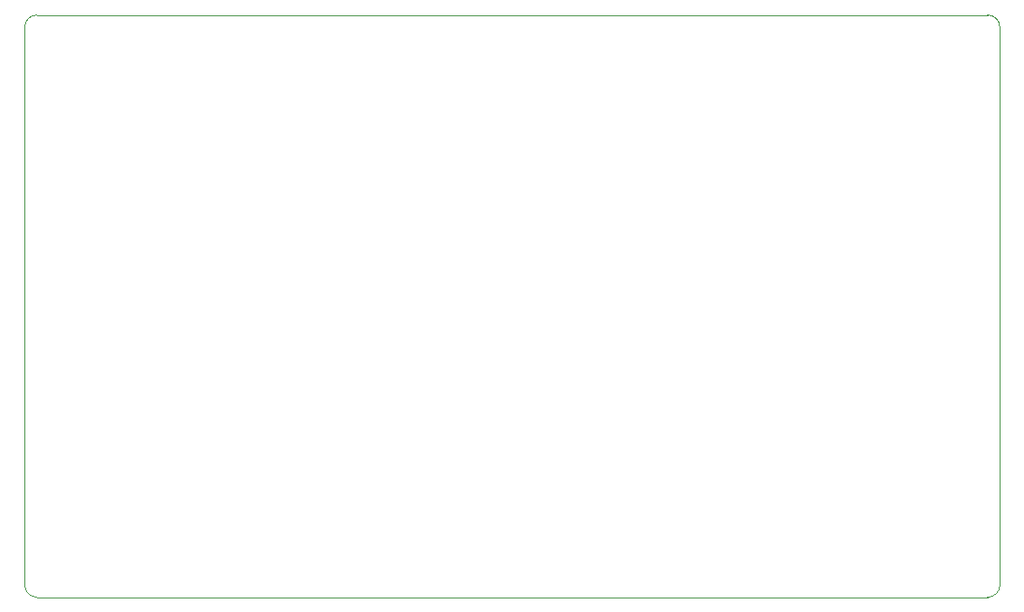
<source format=gko>
%TF.GenerationSoftware,KiCad,Pcbnew,8.0.1*%
%TF.CreationDate,2024-04-25T12:31:51+02:00*%
%TF.ProjectId,Schrittmotortreiber_Traegerboard,53636872-6974-4746-9d6f-746f72747265,rev?*%
%TF.SameCoordinates,Original*%
%TF.FileFunction,Profile,NP*%
%FSLAX46Y46*%
G04 Gerber Fmt 4.6, Leading zero omitted, Abs format (unit mm)*
G04 Created by KiCad (PCBNEW 8.0.1) date 2024-04-25 12:31:51*
%MOMM*%
%LPD*%
G01*
G04 APERTURE LIST*
%TA.AperFunction,Profile*%
%ADD10C,0.050000*%
%TD*%
G04 APERTURE END LIST*
D10*
X85152222Y-69258168D02*
G75*
G02*
X86295222Y-68115222I1142978J-32D01*
G01*
X85152222Y-121582168D02*
X85152222Y-69258168D01*
X86295222Y-122725168D02*
G75*
G02*
X85152232Y-121582168I-22J1142968D01*
G01*
X176592222Y-121582168D02*
G75*
G02*
X175449222Y-122725222I-1143022J-32D01*
G01*
X176592222Y-69258168D02*
X176592222Y-121582168D01*
X86295222Y-68115168D02*
X175449222Y-68115168D01*
X175449222Y-122725168D02*
X86295222Y-122725168D01*
X175449222Y-68115168D02*
G75*
G02*
X176592232Y-69258168I-22J-1143032D01*
G01*
M02*

</source>
